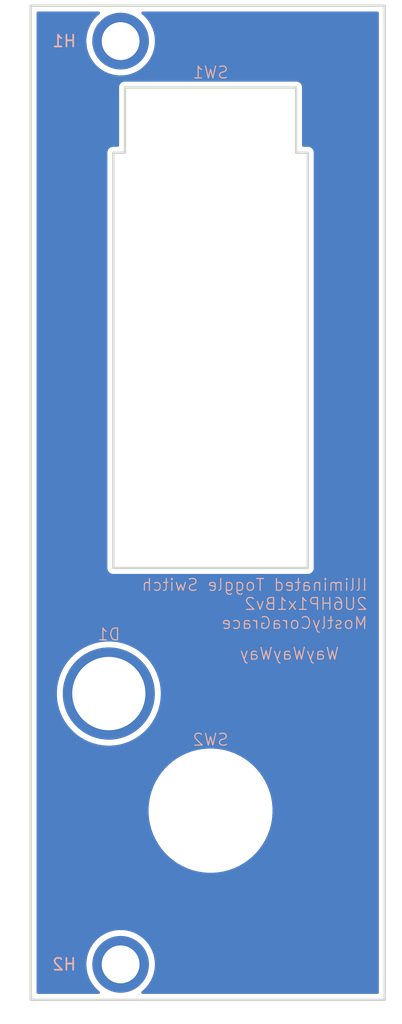
<source format=kicad_pcb>
(kicad_pcb (version 20241229) (generator "pcbnew") (generator_version "9.0")
  (layers (0 "F.Cu" signal) (2 "B.Cu" signal) (13 "F.Paste" user) (15 "B.Paste" user) (5 "F.SilkS" user "F.Silkscreen") (7 "B.SilkS" user "B.Silkscreen") (1 "F.Mask" user) (3 "B.Mask" user) (25 "Edge.Cuts" user))
  (net 0 "")
  (footprint "EXC:MountingHole_3.2mm_M3" (layer "F.Cu") (at 7.62 5.425)
    (property "Reference" "H1" (at -3.683 0 0) (layer "B.SilkS") (effects (justify left mirror)))
    (property "Value" "Eurorack_M3_MountingHole")
    (pad "" thru_hole circle (at 0 0) (size 4.8 4.8) (drill 3.2) (layers "*.Cu" "*.Mask"))
  )
  (footprint "EXC:SW_M6-M6.35_Panel_Mount_Hole" (layer "F.Cu") (at 15.24 70.4825)
    (property "Reference" "SW2" (at 0 -6 0) (layer "B.SilkS") (effects (font (thickness 0.1)) (justify mirror)))
    (property "Value" "SW_M6/M6.35_Panel_Mount_Hole")
    (pad "" np_thru_hole circle (at 0 0) (size 10 10) (drill 10) (layers "*.Cu" "*.Mask"))
  )
  (footprint "EXC:MountingHole_3.2mm_M3" (layer "F.Cu") (at 7.62 83.475)
    (property "Reference" "H2" (at -3.683 0 0) (layer "B.SilkS") (effects (justify left mirror)))
    (property "Value" "Eurorack_M3_MountingHole")
    (pad "" thru_hole circle (at 0 0) (size 4.8 4.8) (drill 3.2) (layers "*.Cu" "*.Mask"))
  )
  (footprint "EXC:6mm_Panel_Mount_LED" (layer "F.Cu") (at 6.62 60.5825)
    (property "Reference" "D1" (at 0 -5 0) (layer "B.SilkS") (effects (font (thickness 0.1)) (justify mirror)))
    (property "Value" "6mm_Panel_Mount_LED")
    (pad "" thru_hole circle (at 0 0) (size 7.8 7.8) (drill 6.2) (layers "*.Cu" "*.Mask"))
  )
  (footprint "EXC:Illuminated_Toggle_Switch_M12_Top" (layer "F.Cu") (at 15.24 35.5787)
    (property "Reference" "SW1" (at 0 -27.5 0) (layer "B.SilkS") (effects (font (thickness 0.1)) (justify mirror)))
    (property "Value" "SW_Covered_SPST_w/LED_Panel_Mount_Top")
    (fp_line (start -8.242 -20.7181) (end -8.242 14.3847) (stroke (width 0.2)) (layer "Edge.Cuts"))
    (fp_line (start -8.242 14.3847) (end 8.242 14.3847) (stroke (width 0.2)) (layer "Edge.Cuts"))
    (fp_line (start -7.25 -26.2307) (end -7.25 -20.7181) (stroke (width 0.2)) (layer "Edge.Cuts"))
    (fp_line (start -7.25 -26.2307) (end 7.25 -26.2307) (stroke (width 0.2)) (layer "Edge.Cuts"))
    (fp_line (start -7.25 -20.7181) (end -8.242 -20.7181) (stroke (width 0.2)) (layer "Edge.Cuts"))
    (fp_line (start 7.25 -26.2307) (end 7.25 -20.7181) (stroke (width 0.2)) (layer "Edge.Cuts"))
    (fp_line (start 7.25 -20.7181) (end 8.242 -20.7181) (stroke (width 0.2)) (layer "Edge.Cuts"))
    (fp_line (start 8.242 -20.7181) (end 8.242 14.3847) (stroke (width 0.2)) (layer "Edge.Cuts"))
  )
  (gr_rect (start 0 2.425) (end 30 86.475) (stroke (width 0.2)) (fill no) (layer "Edge.Cuts"))
  (gr_text "Illiminated Toggle Switch\n2U6HP1x1Bv2\nMostlyCoraGrace" (at 28.6 55.2 0) (layer "B.SilkS") (effects (font (size 1 1) (thickness 0.1)) (justify left bottom mirror)))
  (gr_text "WayWayWay" (at 26.2 57.8 0) (layer "B.SilkS") (effects (font (size 1 1) (thickness 0.1)) (justify left bottom mirror)))
  (zone (net 0) (net_name "") (layers "F.Cu" "B.Cu") (connect_pads (clearance 0.5)) (min_thickness 0.25) (fill yes (thermal_gap 0.5) (thermal_bridge_width 0.5) (island_removal_mode 1) (island_area_min 10))
    (polygon (pts (xy 0 2.425) (xy 30 2.425) (xy 30 86.475) (xy 0 86.475)))
  )
)
</source>
